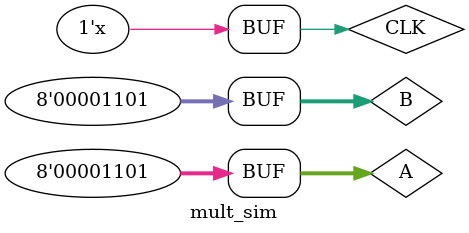
<source format=v>
`timescale 1ns / 1ns

module mult_sim();

reg CLK;
reg [7:0] A;
reg [7:0] B;
wire [15:0] P;

mult_gen_0 mult_my (
  .CLK(CLK),  // input wire CLK
  .A(A),      // input wire [7 : 0] A
  .B(B),      // input wire [7 : 0] B
  .P(P)      // output wire [15 : 0] P
);

initial begin
    CLK = 1;
    #10;
    A = 10;
    B = 11;
    #90;
    A = 11;
    B = 11;
    #10;
    A = 12;
    B = 12;
    #50;
    A = 13;
    B = 13;
end

always #5 begin
    CLK = ~CLK;
end

endmodule
</source>
